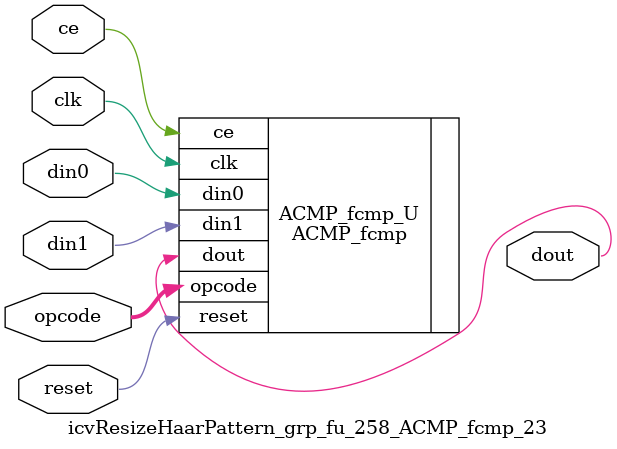
<source format=v>

`timescale 1 ns / 1 ps
module icvResizeHaarPattern_grp_fu_258_ACMP_fcmp_23(
    clk,
    reset,
    ce,
    din0,
    din1,
    opcode,
    dout);

parameter ID = 32'd1;
parameter NUM_STAGE = 32'd1;
parameter din0_WIDTH = 32'd1;
parameter din1_WIDTH = 32'd1;
parameter dout_WIDTH = 32'd1;
input clk;
input reset;
input ce;
input[din0_WIDTH - 1:0] din0;
input[din1_WIDTH - 1:0] din1;
input[5 - 1:0] opcode;
output[dout_WIDTH - 1:0] dout;



ACMP_fcmp #(
.ID( ID ),
.NUM_STAGE( 3 ),
.din0_WIDTH( din0_WIDTH ),
.din1_WIDTH( din1_WIDTH ),
.dout_WIDTH( dout_WIDTH ))
ACMP_fcmp_U(
    .clk( clk ),
    .reset( reset ),
    .ce( ce ),
    .din0( din0 ),
    .din1( din1 ),
    .dout( dout ),
    .opcode( opcode ));

endmodule

</source>
